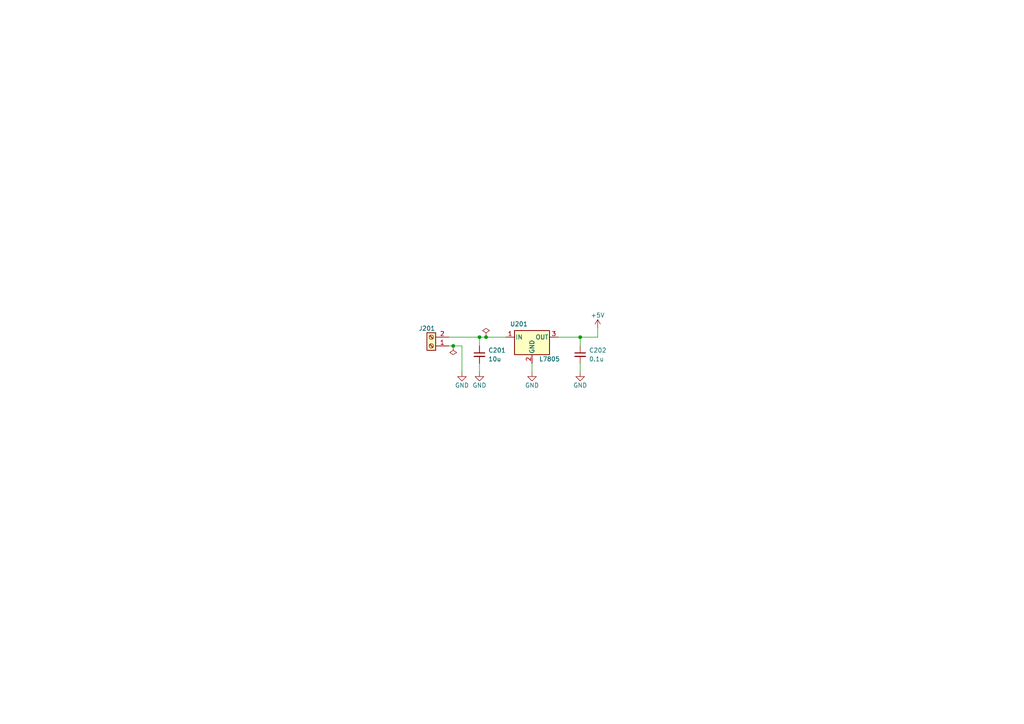
<source format=kicad_sch>
(kicad_sch (version 20211123) (generator eeschema)
  (paper "A4")
  (lib_symbols
    (symbol "Connector:Screw_Terminal_01x02" (pin_names (offset 1.016) hide)
      (property "Reference" "J" (at 0 2.54 0))
      (property "Value" "Screw_Terminal_01x02" (at 0 -5.08 0))
      (symbol "Screw_Terminal_01x02_1_1"
        (rectangle (start -1.27 1.27) (end 1.27 -3.81) (stroke (width 0.254)) (fill (type background)))
        (circle (center 0 -2.54) (radius 0.635) (stroke (width 0.1524)))
        (polyline (pts (xy -0.5334 -2.2098) (xy 0.3302 -3.048)) (stroke (width 0.1524)))
        (polyline (pts (xy -0.5334 0.3302) (xy 0.3302 -0.508)) (stroke (width 0.1524)))
        (polyline (pts (xy -0.3556 -2.032) (xy 0.508 -2.8702)) (stroke (width 0.1524)))
        (polyline (pts (xy -0.3556 0.508) (xy 0.508 -0.3302)) (stroke (width 0.1524)))
        (circle (center 0 0) (radius 0.635) (stroke (width 0.1524)))
        (pin passive line (at -5.08 0 0) (length 3.81) (name "Pin_1") (number "1"))
        (pin passive line (at -5.08 -2.54 0) (length 3.81) (name "Pin_2") (number "2"))
      )
    )
    (symbol "Device:C_Small" (pin_numbers hide) (pin_names (offset 0.254) hide)
      (property "Reference" "C" (at 0.254 1.778 0))
      (property "Value" "C_Small" (at 0.254 -2.032 0))
      (symbol "C_Small_0_1"
        (polyline (pts (xy -1.524 -0.508) (xy 1.524 -0.508)) (stroke (width 0.3302)))
        (polyline (pts (xy -1.524 0.508) (xy 1.524 0.508)) (stroke (width 0.3048)))
      )
      (symbol "C_Small_1_1"
        (pin passive line (at 0 2.54 270) (length 2.032) (name "~") (number "1"))
        (pin passive line (at 0 -2.54 90) (length 2.032) (name "~") (number "2"))
      )
    )
    (symbol "Regulator_Linear:L7805" (pin_names (offset 0.254))
      (property "Reference" "U" (at -3.81 3.175 0))
      (property "Value" "L7805" (at 0 3.175 0))
      (symbol "L7805_0_1"
        (rectangle (start -5.08 1.905) (end 5.08 -5.08) (stroke (width 0.254)) (fill (type background)))
      )
      (symbol "L7805_1_1"
        (pin power_in line (at -7.62 0 0) (length 2.54) (name "IN") (number "1"))
        (pin power_in line (at 0 -7.62 90) (length 2.54) (name "GND") (number "2"))
        (pin power_out line (at 7.62 0 180) (length 2.54) (name "OUT") (number "3"))
      )
    )
    (symbol "power:+5V" (power) (pin_names (offset 0))
      (property "Value" "+5V" (at 0 3.556 0))
      (symbol "+5V_0_1"
        (polyline (pts (xy -0.762 1.27) (xy 0 2.54)))
        (polyline (pts (xy 0 0) (xy 0 2.54)))
        (polyline (pts (xy 0 2.54) (xy 0.762 1.27)))
      )
      (symbol "+5V_1_1"
        (pin power_in line (at 0 0 90) (length 0) hide (name "+5V") (number "1"))
      )
    )
    (symbol "power:GND" (power) (pin_names (offset 0))
      (property "Value" "GND" (at 0 -3.81 0))
      (symbol "GND_0_1"
        (polyline (pts (xy 0 0) (xy 0 -1.27) (xy 1.27 -1.27) (xy 0 -2.54) (xy -1.27 -1.27) (xy 0 -1.27)))
      )
      (symbol "GND_1_1"
        (pin power_in line (at 0 0 270) (length 0) hide (name "GND") (number "1"))
      )
    )
    (symbol "power:PWR_FLAG" (power) (pin_numbers hide) (pin_names (offset 0) hide)
      (property "Value" "PWR_FLAG" (at 0 3.81 0))
      (symbol "PWR_FLAG_0_0"
        (pin power_out line (at 0 0 90) (length 0) (name "pwr") (number "1"))
      )
      (symbol "PWR_FLAG_0_1"
        (polyline (pts (xy 0 0) (xy 0 1.27) (xy -1.016 1.905) (xy 0 2.54) (xy 1.016 1.905) (xy 0 1.27)))
      )
    )
  )
  (junction (at 168.275 97.79))
  (junction (at 131.445 100.33))
  (junction (at 139.065 97.79))
  (junction (at 140.97 97.79))
  (wire (pts (xy 139.065 105.41) (xy 139.065 107.95)))
  (wire (pts (xy 173.355 97.79) (xy 173.355 95.25)))
  (wire (pts (xy 168.275 97.79) (xy 168.275 100.33)))
  (wire (pts (xy 130.175 100.33) (xy 131.445 100.33)))
  (wire (pts (xy 130.175 97.79) (xy 139.065 97.79)))
  (wire (pts (xy 133.985 100.33) (xy 133.985 107.95)))
  (wire (pts (xy 140.97 97.79) (xy 146.685 97.79)))
  (wire (pts (xy 131.445 100.33) (xy 133.985 100.33)))
  (wire (pts (xy 139.065 97.79) (xy 140.97 97.79)))
  (wire (pts (xy 154.305 105.41) (xy 154.305 107.95)))
  (wire (pts (xy 168.275 105.41) (xy 168.275 107.95)))
  (wire (pts (xy 139.065 97.79) (xy 139.065 100.33)))
  (wire (pts (xy 168.275 97.79) (xy 173.355 97.79)))
  (wire (pts (xy 161.925 97.79) (xy 168.275 97.79)))
  (symbol (lib_id "Connector:Screw_Terminal_01x02") (at 125.095 100.33 180) (unit 1)
    (property "Reference" "J201" (at 123.825 95.25 0))
    (property "Footprint" "TerminalBlock:TerminalBlock_bornier-2_P5.08mm" (effects hide))
  )
  (symbol (lib_id "power:GND") (at 133.985 107.95 0) (unit 1)
    (property "Reference" "#PWR0201" (effects hide))
    (property "Value" "GND" (at 133.985 111.76 0))
  )
  (symbol (lib_id "power:+5V") (at 173.355 95.25 0) (unit 1)
    (property "Reference" "#PWR0205" (effects hide))
    (property "Value" "+5V" (at 173.355 91.44 0))
  )
  (symbol (lib_id "power:PWR_FLAG") (at 140.97 97.79 0) (unit 1)
    (property "Reference" "#FLG0202" (effects hide))
  )
  (symbol (lib_id "Regulator_Linear:L7805") (at 154.305 97.79 0) (unit 1)
    (property "Reference" "U201" (at 150.495 93.98 0))
    (property "Value" "L7805" (at 159.385 104.14 0))
    (property "Footprint" "Package_TO_SOT_THT:TO-220-3_Vertical" (effects hide))
    (property "Datasheet" "http://www.st.com/content/ccc/resource/technical/document/datasheet/41/4f/b3/b0/12/d4/47/88/CD00000444.pdf/files/CD00000444.pdf/jcr:content/translations/en.CD00000444.pdf" (effects hide))
  )
  (symbol (lib_id "Device:C_Small") (at 168.275 102.87 0) (unit 1)
    (property "Reference" "C202" (at 170.815 101.6062 0) (effects (justify left)))
    (property "Value" "0.1u" (at 170.815 104.1462 0) (effects (justify left)))
    (property "Footprint" "Capacitor_SMD:C_0805_2012Metric" (effects hide))
  )
  (symbol (lib_id "power:GND") (at 154.305 107.95 0) (unit 1)
    (property "Reference" "#PWR0203" (effects hide))
    (property "Value" "GND" (at 154.305 111.76 0))
  )
  (symbol (lib_id "power:GND") (at 168.275 107.95 0) (unit 1)
    (property "Reference" "#PWR0204" (effects hide))
    (property "Value" "GND" (at 168.275 111.76 0))
  )
  (symbol (lib_id "Device:C_Small") (at 139.065 102.87 0) (unit 1)
    (property "Reference" "C201" (at 141.605 101.6062 0) (effects (justify left)))
    (property "Value" "10u" (at 141.605 104.1462 0) (effects (justify left)))
    (property "Footprint" "Capacitor_SMD:C_0805_2012Metric" (effects hide))
  )
  (symbol (lib_id "power:GND") (at 139.065 107.95 0) (unit 1)
    (property "Reference" "#PWR0202" (effects hide))
    (property "Value" "GND" (at 139.065 111.76 0))
  )
  (symbol (lib_id "power:PWR_FLAG") (at 131.445 100.33 180) (unit 1)
    (property "Reference" "#FLG0201" (effects hide))
  )
)
</source>
